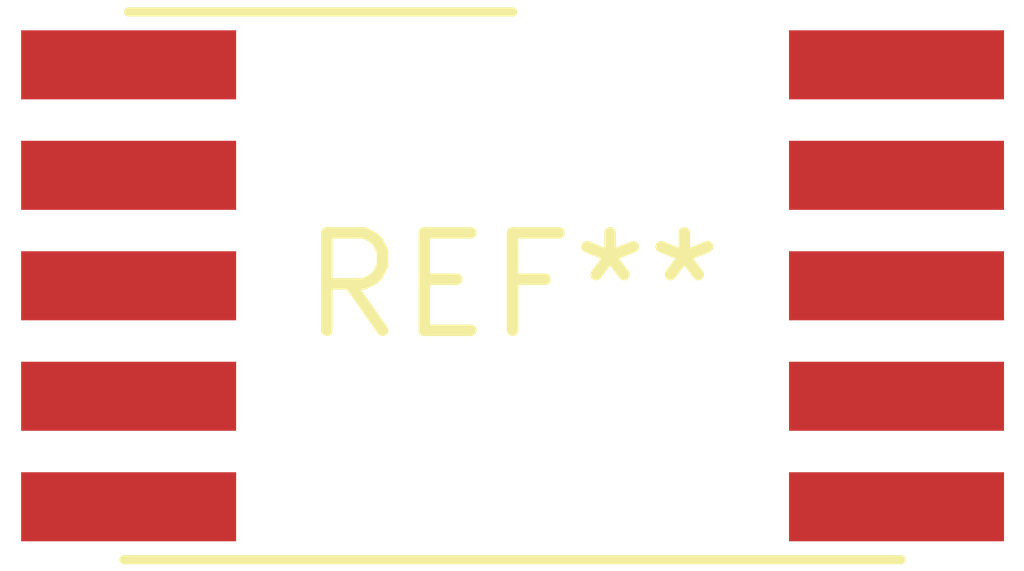
<source format=kicad_pcb>
(kicad_pcb (version 20240108) (generator pcbnew)
  (layers (0 "F.Cu" signal) (31 "B.Cu" signal) (34 "B.Paste" user) (35 "F.Paste" user) (36 "B.SilkS" user "B.Silkscreen") (37 "F.SilkS" user "F.Silkscreen") (38 "B.Mask" user) (39 "F.Mask" user) (44 "Edge.Cuts" user))
  (net 0 "")
  (footprint "KCSC02-136" (layer "F.Cu") (at 0 0)
    (property "Reference" "REF**")
    (property "Value" "KCSC02-136")
    (fp_line (start -5 -3.57) (end 0 -3.57) (layer "F.SilkS") (stroke (width 0.12)))
    (fp_line (start 5.06 3.57) (end -5.06 3.57) (layer "F.SilkS") (stroke (width 0.12)))
    (pad "1" smd rect (at -5 -2.88) (size 2.8 0.9) (layers "F.Cu" "F.Paste" "F.Mask"))
    (pad "2" smd rect (at -5 -1.44) (size 2.8 0.9) (layers "F.Cu" "F.Paste" "F.Mask"))
    (pad "3" smd rect (at -5 0) (size 2.8 0.9) (layers "F.Cu" "F.Paste" "F.Mask"))
    (pad "4" smd rect (at -5 1.44) (size 2.8 0.9) (layers "F.Cu" "F.Paste" "F.Mask"))
    (pad "5" smd rect (at -5 2.88) (size 2.8 0.9) (layers "F.Cu" "F.Paste" "F.Mask"))
    (pad "6" smd rect (at 5 2.88) (size 2.8 0.9) (layers "F.Cu" "F.Paste" "F.Mask"))
    (pad "7" smd rect (at 5 1.44) (size 2.8 0.9) (layers "F.Cu" "F.Paste" "F.Mask"))
    (pad "8" smd rect (at 5 0) (size 2.8 0.9) (layers "F.Cu" "F.Paste" "F.Mask"))
    (pad "9" smd rect (at 5 -1.44) (size 2.8 0.9) (layers "F.Cu" "F.Paste" "F.Mask"))
    (pad "10" smd rect (at 5 -2.88) (size 2.8 0.9) (layers "F.Cu" "F.Paste" "F.Mask"))
  )
)
</source>
